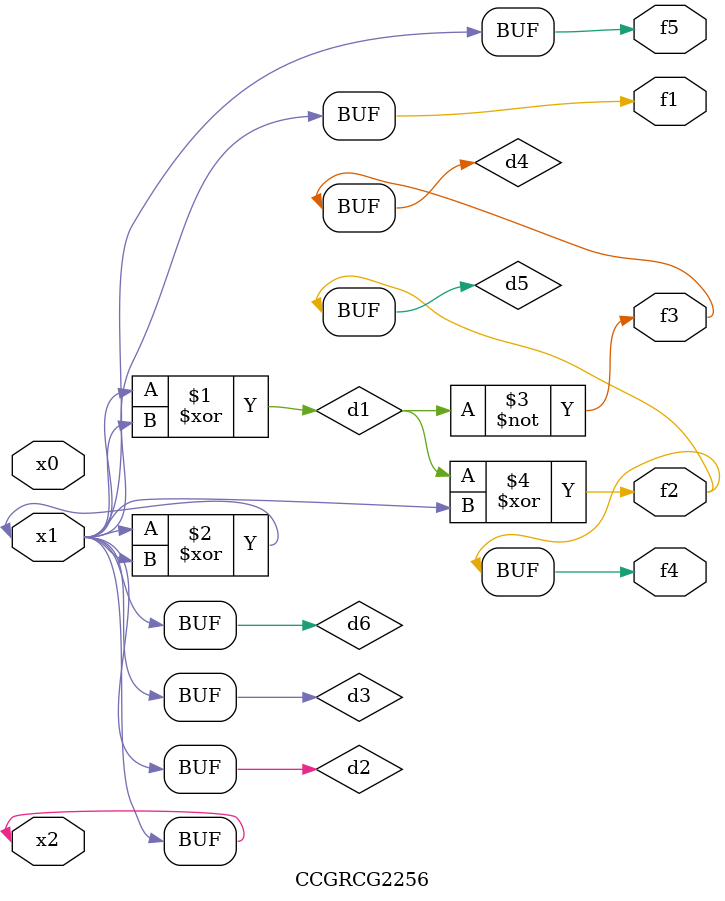
<source format=v>
module CCGRCG2256(
	input x0, x1, x2,
	output f1, f2, f3, f4, f5
);

	wire d1, d2, d3, d4, d5, d6;

	xor (d1, x1, x2);
	buf (d2, x1, x2);
	xor (d3, x1, x2);
	nor (d4, d1);
	xor (d5, d1, d2);
	buf (d6, d2, d3);
	assign f1 = d6;
	assign f2 = d5;
	assign f3 = d4;
	assign f4 = d5;
	assign f5 = d6;
endmodule

</source>
